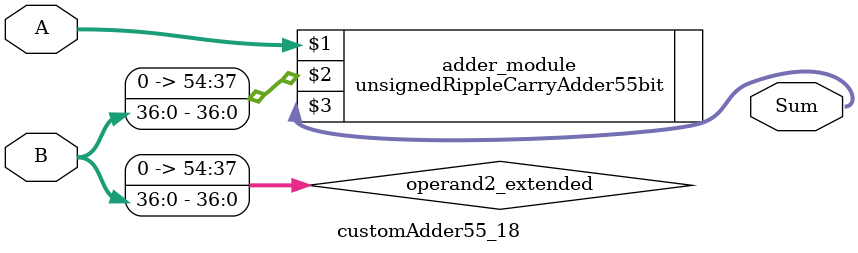
<source format=v>
module customAdder55_18(
                        input [54 : 0] A,
                        input [36 : 0] B,
                        
                        output [55 : 0] Sum
                );

        wire [54 : 0] operand2_extended;
        
        assign operand2_extended =  {18'b0, B};
        
        unsignedRippleCarryAdder55bit adder_module(
            A,
            operand2_extended,
            Sum
        );
        
        endmodule
        
</source>
